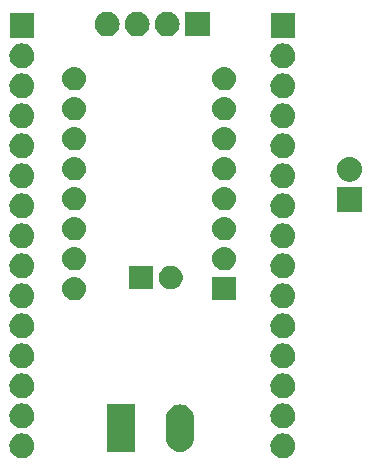
<source format=gbr>
G04 #@! TF.GenerationSoftware,KiCad,Pcbnew,5.0.1-33cea8e~68~ubuntu18.04.1*
G04 #@! TF.CreationDate,2018-11-12T21:08:18+01:00*
G04 #@! TF.ProjectId,ustepper_pololu,75737465707065725F706F6C6F6C752E,rev?*
G04 #@! TF.SameCoordinates,Original*
G04 #@! TF.FileFunction,Soldermask,Bot*
G04 #@! TF.FilePolarity,Negative*
%FSLAX46Y46*%
G04 Gerber Fmt 4.6, Leading zero omitted, Abs format (unit mm)*
G04 Created by KiCad (PCBNEW 5.0.1-33cea8e~68~ubuntu18.04.1) date lun 12 nov 2018 21:08:18 CET*
%MOMM*%
%LPD*%
G01*
G04 APERTURE LIST*
%ADD10C,0.100000*%
G04 APERTURE END LIST*
D10*
G36*
X196637907Y-86804396D02*
X196715036Y-86811993D01*
X196846987Y-86852020D01*
X196912963Y-86872033D01*
X197095372Y-86969533D01*
X197255254Y-87100746D01*
X197386467Y-87260628D01*
X197483967Y-87443037D01*
X197483967Y-87443038D01*
X197544007Y-87640964D01*
X197564280Y-87846800D01*
X197544007Y-88052636D01*
X197514232Y-88150791D01*
X197483967Y-88250563D01*
X197386467Y-88432972D01*
X197255254Y-88592854D01*
X197095372Y-88724067D01*
X196912963Y-88821567D01*
X196846987Y-88841580D01*
X196715036Y-88881607D01*
X196637907Y-88889204D01*
X196560780Y-88896800D01*
X196457620Y-88896800D01*
X196380493Y-88889204D01*
X196303364Y-88881607D01*
X196171413Y-88841580D01*
X196105437Y-88821567D01*
X195923028Y-88724067D01*
X195763146Y-88592854D01*
X195631933Y-88432972D01*
X195534433Y-88250563D01*
X195504168Y-88150791D01*
X195474393Y-88052636D01*
X195454120Y-87846800D01*
X195474393Y-87640964D01*
X195534433Y-87443038D01*
X195534433Y-87443037D01*
X195631933Y-87260628D01*
X195763146Y-87100746D01*
X195923028Y-86969533D01*
X196105437Y-86872033D01*
X196171413Y-86852020D01*
X196303364Y-86811993D01*
X196380493Y-86804397D01*
X196457620Y-86796800D01*
X196560780Y-86796800D01*
X196637907Y-86804396D01*
X196637907Y-86804396D01*
G37*
G36*
X174539907Y-86804396D02*
X174617036Y-86811993D01*
X174748987Y-86852020D01*
X174814963Y-86872033D01*
X174997372Y-86969533D01*
X175157254Y-87100746D01*
X175288467Y-87260628D01*
X175385967Y-87443037D01*
X175385967Y-87443038D01*
X175446007Y-87640964D01*
X175466280Y-87846800D01*
X175446007Y-88052636D01*
X175416232Y-88150791D01*
X175385967Y-88250563D01*
X175288467Y-88432972D01*
X175157254Y-88592854D01*
X174997372Y-88724067D01*
X174814963Y-88821567D01*
X174748987Y-88841580D01*
X174617036Y-88881607D01*
X174539907Y-88889204D01*
X174462780Y-88896800D01*
X174359620Y-88896800D01*
X174282493Y-88889204D01*
X174205364Y-88881607D01*
X174073413Y-88841580D01*
X174007437Y-88821567D01*
X173825028Y-88724067D01*
X173665146Y-88592854D01*
X173533933Y-88432972D01*
X173436433Y-88250563D01*
X173406168Y-88150791D01*
X173376393Y-88052636D01*
X173356120Y-87846800D01*
X173376393Y-87640964D01*
X173436433Y-87443038D01*
X173436433Y-87443037D01*
X173533933Y-87260628D01*
X173665146Y-87100746D01*
X173825028Y-86969533D01*
X174007437Y-86872033D01*
X174073413Y-86852020D01*
X174205364Y-86811993D01*
X174282493Y-86804396D01*
X174359620Y-86796800D01*
X174462780Y-86796800D01*
X174539907Y-86804396D01*
X174539907Y-86804396D01*
G37*
G36*
X188028440Y-84365563D02*
X188254641Y-84434181D01*
X188254643Y-84434182D01*
X188254646Y-84434183D01*
X188463105Y-84545606D01*
X188463108Y-84545608D01*
X188463109Y-84545609D01*
X188645834Y-84695566D01*
X188645835Y-84695568D01*
X188645837Y-84695569D01*
X188795792Y-84878290D01*
X188907217Y-85086753D01*
X188907217Y-85086754D01*
X188907219Y-85086758D01*
X188975837Y-85312959D01*
X188993200Y-85489250D01*
X188993200Y-87207150D01*
X188975837Y-87383441D01*
X188907219Y-87609642D01*
X188907217Y-87609647D01*
X188795792Y-87818110D01*
X188645834Y-88000834D01*
X188463110Y-88150792D01*
X188254647Y-88262217D01*
X188254644Y-88262218D01*
X188254642Y-88262219D01*
X188028441Y-88330837D01*
X187793200Y-88354006D01*
X187557960Y-88330837D01*
X187331759Y-88262219D01*
X187331757Y-88262218D01*
X187331754Y-88262217D01*
X187123291Y-88150792D01*
X186940567Y-88000834D01*
X186790609Y-87818110D01*
X186679181Y-87609642D01*
X186610563Y-87383442D01*
X186593200Y-87207151D01*
X186593200Y-85489250D01*
X186610563Y-85312964D01*
X186610563Y-85312960D01*
X186679181Y-85086759D01*
X186679182Y-85086757D01*
X186679183Y-85086754D01*
X186790606Y-84878295D01*
X186919998Y-84720629D01*
X186940566Y-84695566D01*
X186940568Y-84695565D01*
X186940569Y-84695563D01*
X187123290Y-84545608D01*
X187331753Y-84434183D01*
X187331756Y-84434182D01*
X187331758Y-84434181D01*
X187557959Y-84365563D01*
X187793200Y-84342394D01*
X188028440Y-84365563D01*
X188028440Y-84365563D01*
G37*
G36*
X183993200Y-88348200D02*
X181593200Y-88348200D01*
X181593200Y-84348200D01*
X183993200Y-84348200D01*
X183993200Y-88348200D01*
X183993200Y-88348200D01*
G37*
G36*
X174539907Y-84264397D02*
X174617036Y-84271993D01*
X174748987Y-84312020D01*
X174814963Y-84332033D01*
X174997372Y-84429533D01*
X175157254Y-84560746D01*
X175288467Y-84720628D01*
X175385967Y-84903037D01*
X175385967Y-84903038D01*
X175446007Y-85100964D01*
X175466280Y-85306800D01*
X175446007Y-85512636D01*
X175405980Y-85644587D01*
X175385967Y-85710563D01*
X175288467Y-85892972D01*
X175157254Y-86052854D01*
X174997372Y-86184067D01*
X174814963Y-86281567D01*
X174748987Y-86301580D01*
X174617036Y-86341607D01*
X174539907Y-86349204D01*
X174462780Y-86356800D01*
X174359620Y-86356800D01*
X174282493Y-86349204D01*
X174205364Y-86341607D01*
X174073413Y-86301580D01*
X174007437Y-86281567D01*
X173825028Y-86184067D01*
X173665146Y-86052854D01*
X173533933Y-85892972D01*
X173436433Y-85710563D01*
X173416420Y-85644587D01*
X173376393Y-85512636D01*
X173356120Y-85306800D01*
X173376393Y-85100964D01*
X173436433Y-84903038D01*
X173436433Y-84903037D01*
X173533933Y-84720628D01*
X173665146Y-84560746D01*
X173825028Y-84429533D01*
X174007437Y-84332033D01*
X174073413Y-84312020D01*
X174205364Y-84271993D01*
X174282493Y-84264397D01*
X174359620Y-84256800D01*
X174462780Y-84256800D01*
X174539907Y-84264397D01*
X174539907Y-84264397D01*
G37*
G36*
X196637907Y-84264397D02*
X196715036Y-84271993D01*
X196846987Y-84312020D01*
X196912963Y-84332033D01*
X197095372Y-84429533D01*
X197255254Y-84560746D01*
X197386467Y-84720628D01*
X197483967Y-84903037D01*
X197483967Y-84903038D01*
X197544007Y-85100964D01*
X197564280Y-85306800D01*
X197544007Y-85512636D01*
X197503980Y-85644587D01*
X197483967Y-85710563D01*
X197386467Y-85892972D01*
X197255254Y-86052854D01*
X197095372Y-86184067D01*
X196912963Y-86281567D01*
X196846987Y-86301580D01*
X196715036Y-86341607D01*
X196637907Y-86349204D01*
X196560780Y-86356800D01*
X196457620Y-86356800D01*
X196380493Y-86349204D01*
X196303364Y-86341607D01*
X196171413Y-86301580D01*
X196105437Y-86281567D01*
X195923028Y-86184067D01*
X195763146Y-86052854D01*
X195631933Y-85892972D01*
X195534433Y-85710563D01*
X195514420Y-85644587D01*
X195474393Y-85512636D01*
X195454120Y-85306800D01*
X195474393Y-85100964D01*
X195534433Y-84903038D01*
X195534433Y-84903037D01*
X195631933Y-84720628D01*
X195763146Y-84560746D01*
X195923028Y-84429533D01*
X196105437Y-84332033D01*
X196171413Y-84312020D01*
X196303364Y-84271993D01*
X196380493Y-84264397D01*
X196457620Y-84256800D01*
X196560780Y-84256800D01*
X196637907Y-84264397D01*
X196637907Y-84264397D01*
G37*
G36*
X196637907Y-81724396D02*
X196715036Y-81731993D01*
X196846987Y-81772020D01*
X196912963Y-81792033D01*
X197095372Y-81889533D01*
X197255254Y-82020746D01*
X197386467Y-82180628D01*
X197483967Y-82363037D01*
X197483967Y-82363038D01*
X197544007Y-82560964D01*
X197564280Y-82766800D01*
X197544007Y-82972636D01*
X197503980Y-83104587D01*
X197483967Y-83170563D01*
X197386467Y-83352972D01*
X197255254Y-83512854D01*
X197095372Y-83644067D01*
X196912963Y-83741567D01*
X196846987Y-83761580D01*
X196715036Y-83801607D01*
X196637907Y-83809203D01*
X196560780Y-83816800D01*
X196457620Y-83816800D01*
X196380493Y-83809203D01*
X196303364Y-83801607D01*
X196171413Y-83761580D01*
X196105437Y-83741567D01*
X195923028Y-83644067D01*
X195763146Y-83512854D01*
X195631933Y-83352972D01*
X195534433Y-83170563D01*
X195514420Y-83104587D01*
X195474393Y-82972636D01*
X195454120Y-82766800D01*
X195474393Y-82560964D01*
X195534433Y-82363038D01*
X195534433Y-82363037D01*
X195631933Y-82180628D01*
X195763146Y-82020746D01*
X195923028Y-81889533D01*
X196105437Y-81792033D01*
X196171413Y-81772020D01*
X196303364Y-81731993D01*
X196380493Y-81724396D01*
X196457620Y-81716800D01*
X196560780Y-81716800D01*
X196637907Y-81724396D01*
X196637907Y-81724396D01*
G37*
G36*
X174539907Y-81724396D02*
X174617036Y-81731993D01*
X174748987Y-81772020D01*
X174814963Y-81792033D01*
X174997372Y-81889533D01*
X175157254Y-82020746D01*
X175288467Y-82180628D01*
X175385967Y-82363037D01*
X175385967Y-82363038D01*
X175446007Y-82560964D01*
X175466280Y-82766800D01*
X175446007Y-82972636D01*
X175405980Y-83104587D01*
X175385967Y-83170563D01*
X175288467Y-83352972D01*
X175157254Y-83512854D01*
X174997372Y-83644067D01*
X174814963Y-83741567D01*
X174748987Y-83761580D01*
X174617036Y-83801607D01*
X174539907Y-83809203D01*
X174462780Y-83816800D01*
X174359620Y-83816800D01*
X174282493Y-83809203D01*
X174205364Y-83801607D01*
X174073413Y-83761580D01*
X174007437Y-83741567D01*
X173825028Y-83644067D01*
X173665146Y-83512854D01*
X173533933Y-83352972D01*
X173436433Y-83170563D01*
X173416420Y-83104587D01*
X173376393Y-82972636D01*
X173356120Y-82766800D01*
X173376393Y-82560964D01*
X173436433Y-82363038D01*
X173436433Y-82363037D01*
X173533933Y-82180628D01*
X173665146Y-82020746D01*
X173825028Y-81889533D01*
X174007437Y-81792033D01*
X174073413Y-81772020D01*
X174205364Y-81731993D01*
X174282493Y-81724396D01*
X174359620Y-81716800D01*
X174462780Y-81716800D01*
X174539907Y-81724396D01*
X174539907Y-81724396D01*
G37*
G36*
X196637907Y-79184397D02*
X196715036Y-79191993D01*
X196846987Y-79232020D01*
X196912963Y-79252033D01*
X197095372Y-79349533D01*
X197255254Y-79480746D01*
X197386467Y-79640628D01*
X197483967Y-79823037D01*
X197483967Y-79823038D01*
X197544007Y-80020964D01*
X197564280Y-80226800D01*
X197544007Y-80432636D01*
X197503980Y-80564587D01*
X197483967Y-80630563D01*
X197386467Y-80812972D01*
X197255254Y-80972854D01*
X197095372Y-81104067D01*
X196912963Y-81201567D01*
X196846987Y-81221580D01*
X196715036Y-81261607D01*
X196637907Y-81269204D01*
X196560780Y-81276800D01*
X196457620Y-81276800D01*
X196380493Y-81269204D01*
X196303364Y-81261607D01*
X196171413Y-81221580D01*
X196105437Y-81201567D01*
X195923028Y-81104067D01*
X195763146Y-80972854D01*
X195631933Y-80812972D01*
X195534433Y-80630563D01*
X195514420Y-80564587D01*
X195474393Y-80432636D01*
X195454120Y-80226800D01*
X195474393Y-80020964D01*
X195534433Y-79823038D01*
X195534433Y-79823037D01*
X195631933Y-79640628D01*
X195763146Y-79480746D01*
X195923028Y-79349533D01*
X196105437Y-79252033D01*
X196171413Y-79232020D01*
X196303364Y-79191993D01*
X196380493Y-79184397D01*
X196457620Y-79176800D01*
X196560780Y-79176800D01*
X196637907Y-79184397D01*
X196637907Y-79184397D01*
G37*
G36*
X174539907Y-79184397D02*
X174617036Y-79191993D01*
X174748987Y-79232020D01*
X174814963Y-79252033D01*
X174997372Y-79349533D01*
X175157254Y-79480746D01*
X175288467Y-79640628D01*
X175385967Y-79823037D01*
X175385967Y-79823038D01*
X175446007Y-80020964D01*
X175466280Y-80226800D01*
X175446007Y-80432636D01*
X175405980Y-80564587D01*
X175385967Y-80630563D01*
X175288467Y-80812972D01*
X175157254Y-80972854D01*
X174997372Y-81104067D01*
X174814963Y-81201567D01*
X174748987Y-81221580D01*
X174617036Y-81261607D01*
X174539907Y-81269204D01*
X174462780Y-81276800D01*
X174359620Y-81276800D01*
X174282493Y-81269204D01*
X174205364Y-81261607D01*
X174073413Y-81221580D01*
X174007437Y-81201567D01*
X173825028Y-81104067D01*
X173665146Y-80972854D01*
X173533933Y-80812972D01*
X173436433Y-80630563D01*
X173416420Y-80564587D01*
X173376393Y-80432636D01*
X173356120Y-80226800D01*
X173376393Y-80020964D01*
X173436433Y-79823038D01*
X173436433Y-79823037D01*
X173533933Y-79640628D01*
X173665146Y-79480746D01*
X173825028Y-79349533D01*
X174007437Y-79252033D01*
X174073413Y-79232020D01*
X174205364Y-79191993D01*
X174282493Y-79184397D01*
X174359620Y-79176800D01*
X174462780Y-79176800D01*
X174539907Y-79184397D01*
X174539907Y-79184397D01*
G37*
G36*
X196637907Y-76644396D02*
X196715036Y-76651993D01*
X196846987Y-76692020D01*
X196912963Y-76712033D01*
X197095372Y-76809533D01*
X197255254Y-76940746D01*
X197386467Y-77100628D01*
X197483967Y-77283037D01*
X197483967Y-77283038D01*
X197544007Y-77480964D01*
X197564280Y-77686800D01*
X197544007Y-77892636D01*
X197503980Y-78024587D01*
X197483967Y-78090563D01*
X197386467Y-78272972D01*
X197255254Y-78432854D01*
X197095372Y-78564067D01*
X196912963Y-78661567D01*
X196846987Y-78681580D01*
X196715036Y-78721607D01*
X196637907Y-78729203D01*
X196560780Y-78736800D01*
X196457620Y-78736800D01*
X196380493Y-78729203D01*
X196303364Y-78721607D01*
X196171413Y-78681580D01*
X196105437Y-78661567D01*
X195923028Y-78564067D01*
X195763146Y-78432854D01*
X195631933Y-78272972D01*
X195534433Y-78090563D01*
X195514420Y-78024587D01*
X195474393Y-77892636D01*
X195454120Y-77686800D01*
X195474393Y-77480964D01*
X195534433Y-77283038D01*
X195534433Y-77283037D01*
X195631933Y-77100628D01*
X195763146Y-76940746D01*
X195923028Y-76809533D01*
X196105437Y-76712033D01*
X196171413Y-76692020D01*
X196303364Y-76651993D01*
X196380493Y-76644396D01*
X196457620Y-76636800D01*
X196560780Y-76636800D01*
X196637907Y-76644396D01*
X196637907Y-76644396D01*
G37*
G36*
X174539907Y-76644396D02*
X174617036Y-76651993D01*
X174748987Y-76692020D01*
X174814963Y-76712033D01*
X174997372Y-76809533D01*
X175157254Y-76940746D01*
X175288467Y-77100628D01*
X175385967Y-77283037D01*
X175385967Y-77283038D01*
X175446007Y-77480964D01*
X175466280Y-77686800D01*
X175446007Y-77892636D01*
X175405980Y-78024587D01*
X175385967Y-78090563D01*
X175288467Y-78272972D01*
X175157254Y-78432854D01*
X174997372Y-78564067D01*
X174814963Y-78661567D01*
X174748987Y-78681580D01*
X174617036Y-78721607D01*
X174539907Y-78729203D01*
X174462780Y-78736800D01*
X174359620Y-78736800D01*
X174282493Y-78729203D01*
X174205364Y-78721607D01*
X174073413Y-78681580D01*
X174007437Y-78661567D01*
X173825028Y-78564067D01*
X173665146Y-78432854D01*
X173533933Y-78272972D01*
X173436433Y-78090563D01*
X173416420Y-78024587D01*
X173376393Y-77892636D01*
X173356120Y-77686800D01*
X173376393Y-77480964D01*
X173436433Y-77283038D01*
X173436433Y-77283037D01*
X173533933Y-77100628D01*
X173665146Y-76940746D01*
X173825028Y-76809533D01*
X174007437Y-76712033D01*
X174073413Y-76692020D01*
X174205364Y-76651993D01*
X174282493Y-76644396D01*
X174359620Y-76636800D01*
X174462780Y-76636800D01*
X174539907Y-76644396D01*
X174539907Y-76644396D01*
G37*
G36*
X196637907Y-74104397D02*
X196715036Y-74111993D01*
X196846987Y-74152020D01*
X196912963Y-74172033D01*
X197095372Y-74269533D01*
X197255254Y-74400746D01*
X197386467Y-74560628D01*
X197483967Y-74743037D01*
X197483967Y-74743038D01*
X197544007Y-74940964D01*
X197564280Y-75146800D01*
X197544007Y-75352636D01*
X197537923Y-75372691D01*
X197483967Y-75550563D01*
X197386467Y-75732972D01*
X197255254Y-75892854D01*
X197095372Y-76024067D01*
X196912963Y-76121567D01*
X196846987Y-76141580D01*
X196715036Y-76181607D01*
X196637907Y-76189204D01*
X196560780Y-76196800D01*
X196457620Y-76196800D01*
X196380493Y-76189204D01*
X196303364Y-76181607D01*
X196171413Y-76141580D01*
X196105437Y-76121567D01*
X195923028Y-76024067D01*
X195763146Y-75892854D01*
X195631933Y-75732972D01*
X195534433Y-75550563D01*
X195480477Y-75372691D01*
X195474393Y-75352636D01*
X195454120Y-75146800D01*
X195474393Y-74940964D01*
X195534433Y-74743038D01*
X195534433Y-74743037D01*
X195631933Y-74560628D01*
X195763146Y-74400746D01*
X195923028Y-74269533D01*
X196105437Y-74172033D01*
X196171413Y-74152020D01*
X196303364Y-74111993D01*
X196380493Y-74104397D01*
X196457620Y-74096800D01*
X196560780Y-74096800D01*
X196637907Y-74104397D01*
X196637907Y-74104397D01*
G37*
G36*
X174539907Y-74104397D02*
X174617036Y-74111993D01*
X174748987Y-74152020D01*
X174814963Y-74172033D01*
X174997372Y-74269533D01*
X175157254Y-74400746D01*
X175288467Y-74560628D01*
X175385967Y-74743037D01*
X175385967Y-74743038D01*
X175446007Y-74940964D01*
X175466280Y-75146800D01*
X175446007Y-75352636D01*
X175439923Y-75372691D01*
X175385967Y-75550563D01*
X175288467Y-75732972D01*
X175157254Y-75892854D01*
X174997372Y-76024067D01*
X174814963Y-76121567D01*
X174748987Y-76141580D01*
X174617036Y-76181607D01*
X174539907Y-76189204D01*
X174462780Y-76196800D01*
X174359620Y-76196800D01*
X174282493Y-76189204D01*
X174205364Y-76181607D01*
X174073413Y-76141580D01*
X174007437Y-76121567D01*
X173825028Y-76024067D01*
X173665146Y-75892854D01*
X173533933Y-75732972D01*
X173436433Y-75550563D01*
X173382477Y-75372691D01*
X173376393Y-75352636D01*
X173356120Y-75146800D01*
X173376393Y-74940964D01*
X173436433Y-74743038D01*
X173436433Y-74743037D01*
X173533933Y-74560628D01*
X173665146Y-74400746D01*
X173825028Y-74269533D01*
X174007437Y-74172033D01*
X174073413Y-74152020D01*
X174205364Y-74111993D01*
X174282493Y-74104397D01*
X174359620Y-74096800D01*
X174462780Y-74096800D01*
X174539907Y-74104397D01*
X174539907Y-74104397D01*
G37*
G36*
X192530800Y-75537200D02*
X190530800Y-75537200D01*
X190530800Y-73537200D01*
X192530800Y-73537200D01*
X192530800Y-75537200D01*
X192530800Y-75537200D01*
G37*
G36*
X179026830Y-73551669D02*
X179026833Y-73551670D01*
X179026834Y-73551670D01*
X179215335Y-73608851D01*
X179215337Y-73608852D01*
X179389060Y-73701709D01*
X179541328Y-73826672D01*
X179666291Y-73978940D01*
X179759148Y-74152663D01*
X179816331Y-74341170D01*
X179835638Y-74537200D01*
X179816331Y-74733230D01*
X179759148Y-74921737D01*
X179666291Y-75095460D01*
X179541328Y-75247728D01*
X179389060Y-75372691D01*
X179389058Y-75372692D01*
X179215335Y-75465549D01*
X179026834Y-75522730D01*
X179026833Y-75522730D01*
X179026830Y-75522731D01*
X178879924Y-75537200D01*
X178781676Y-75537200D01*
X178634770Y-75522731D01*
X178634767Y-75522730D01*
X178634766Y-75522730D01*
X178446265Y-75465549D01*
X178272542Y-75372692D01*
X178272540Y-75372691D01*
X178120272Y-75247728D01*
X177995309Y-75095460D01*
X177902452Y-74921737D01*
X177845269Y-74733230D01*
X177825962Y-74537200D01*
X177845269Y-74341170D01*
X177902452Y-74152663D01*
X177995309Y-73978940D01*
X178120272Y-73826672D01*
X178272540Y-73701709D01*
X178446263Y-73608852D01*
X178446265Y-73608851D01*
X178634766Y-73551670D01*
X178634767Y-73551670D01*
X178634770Y-73551669D01*
X178781676Y-73537200D01*
X178879924Y-73537200D01*
X179026830Y-73551669D01*
X179026830Y-73551669D01*
G37*
G36*
X185520400Y-74597400D02*
X183520400Y-74597400D01*
X183520400Y-72597400D01*
X185520400Y-72597400D01*
X185520400Y-74597400D01*
X185520400Y-74597400D01*
G37*
G36*
X187166149Y-72606800D02*
X187312089Y-72635829D01*
X187494078Y-72711211D01*
X187657863Y-72820649D01*
X187797151Y-72959937D01*
X187906589Y-73123722D01*
X187981971Y-73305711D01*
X188020400Y-73498909D01*
X188020400Y-73695891D01*
X187981971Y-73889089D01*
X187906589Y-74071078D01*
X187797151Y-74234863D01*
X187657863Y-74374151D01*
X187494078Y-74483589D01*
X187312089Y-74558971D01*
X187196170Y-74582028D01*
X187118893Y-74597400D01*
X186921907Y-74597400D01*
X186844630Y-74582028D01*
X186728711Y-74558971D01*
X186546722Y-74483589D01*
X186382937Y-74374151D01*
X186243649Y-74234863D01*
X186134211Y-74071078D01*
X186058829Y-73889089D01*
X186020400Y-73695891D01*
X186020400Y-73498909D01*
X186058829Y-73305711D01*
X186134211Y-73123722D01*
X186243649Y-72959937D01*
X186382937Y-72820649D01*
X186546722Y-72711211D01*
X186728711Y-72635829D01*
X186874651Y-72606800D01*
X186921907Y-72597400D01*
X187118893Y-72597400D01*
X187166149Y-72606800D01*
X187166149Y-72606800D01*
G37*
G36*
X174539907Y-71564396D02*
X174617036Y-71571993D01*
X174748987Y-71612020D01*
X174814963Y-71632033D01*
X174997372Y-71729533D01*
X175157254Y-71860746D01*
X175288467Y-72020628D01*
X175385967Y-72203037D01*
X175385967Y-72203038D01*
X175446007Y-72400964D01*
X175466280Y-72606800D01*
X175446007Y-72812636D01*
X175443576Y-72820649D01*
X175385967Y-73010563D01*
X175288467Y-73192972D01*
X175157254Y-73352854D01*
X174997372Y-73484067D01*
X174814963Y-73581567D01*
X174748987Y-73601580D01*
X174617036Y-73641607D01*
X174539907Y-73649203D01*
X174462780Y-73656800D01*
X174359620Y-73656800D01*
X174282493Y-73649203D01*
X174205364Y-73641607D01*
X174073413Y-73601580D01*
X174007437Y-73581567D01*
X173825028Y-73484067D01*
X173665146Y-73352854D01*
X173533933Y-73192972D01*
X173436433Y-73010563D01*
X173378824Y-72820649D01*
X173376393Y-72812636D01*
X173356120Y-72606800D01*
X173376393Y-72400964D01*
X173436433Y-72203038D01*
X173436433Y-72203037D01*
X173533933Y-72020628D01*
X173665146Y-71860746D01*
X173825028Y-71729533D01*
X174007437Y-71632033D01*
X174073413Y-71612020D01*
X174205364Y-71571993D01*
X174282493Y-71564396D01*
X174359620Y-71556800D01*
X174462780Y-71556800D01*
X174539907Y-71564396D01*
X174539907Y-71564396D01*
G37*
G36*
X196637907Y-71564396D02*
X196715036Y-71571993D01*
X196846987Y-71612020D01*
X196912963Y-71632033D01*
X197095372Y-71729533D01*
X197255254Y-71860746D01*
X197386467Y-72020628D01*
X197483967Y-72203037D01*
X197483967Y-72203038D01*
X197544007Y-72400964D01*
X197564280Y-72606800D01*
X197544007Y-72812636D01*
X197541576Y-72820649D01*
X197483967Y-73010563D01*
X197386467Y-73192972D01*
X197255254Y-73352854D01*
X197095372Y-73484067D01*
X196912963Y-73581567D01*
X196846987Y-73601580D01*
X196715036Y-73641607D01*
X196637907Y-73649203D01*
X196560780Y-73656800D01*
X196457620Y-73656800D01*
X196380493Y-73649203D01*
X196303364Y-73641607D01*
X196171413Y-73601580D01*
X196105437Y-73581567D01*
X195923028Y-73484067D01*
X195763146Y-73352854D01*
X195631933Y-73192972D01*
X195534433Y-73010563D01*
X195476824Y-72820649D01*
X195474393Y-72812636D01*
X195454120Y-72606800D01*
X195474393Y-72400964D01*
X195534433Y-72203038D01*
X195534433Y-72203037D01*
X195631933Y-72020628D01*
X195763146Y-71860746D01*
X195923028Y-71729533D01*
X196105437Y-71632033D01*
X196171413Y-71612020D01*
X196303364Y-71571993D01*
X196380493Y-71564396D01*
X196457620Y-71556800D01*
X196560780Y-71556800D01*
X196637907Y-71564396D01*
X196637907Y-71564396D01*
G37*
G36*
X191726830Y-71011669D02*
X191726833Y-71011670D01*
X191726834Y-71011670D01*
X191915335Y-71068851D01*
X191915337Y-71068852D01*
X192089060Y-71161709D01*
X192241328Y-71286672D01*
X192366291Y-71438940D01*
X192459148Y-71612663D01*
X192516331Y-71801170D01*
X192535638Y-71997200D01*
X192516331Y-72193230D01*
X192459148Y-72381737D01*
X192366291Y-72555460D01*
X192241328Y-72707728D01*
X192089060Y-72832691D01*
X192089058Y-72832692D01*
X191915335Y-72925549D01*
X191726834Y-72982730D01*
X191726833Y-72982730D01*
X191726830Y-72982731D01*
X191579924Y-72997200D01*
X191481676Y-72997200D01*
X191334770Y-72982731D01*
X191334767Y-72982730D01*
X191334766Y-72982730D01*
X191146265Y-72925549D01*
X190972542Y-72832692D01*
X190972540Y-72832691D01*
X190820272Y-72707728D01*
X190695309Y-72555460D01*
X190602452Y-72381737D01*
X190545269Y-72193230D01*
X190525962Y-71997200D01*
X190545269Y-71801170D01*
X190602452Y-71612663D01*
X190695309Y-71438940D01*
X190820272Y-71286672D01*
X190972540Y-71161709D01*
X191146263Y-71068852D01*
X191146265Y-71068851D01*
X191334766Y-71011670D01*
X191334767Y-71011670D01*
X191334770Y-71011669D01*
X191481676Y-70997200D01*
X191579924Y-70997200D01*
X191726830Y-71011669D01*
X191726830Y-71011669D01*
G37*
G36*
X179026830Y-71011669D02*
X179026833Y-71011670D01*
X179026834Y-71011670D01*
X179215335Y-71068851D01*
X179215337Y-71068852D01*
X179389060Y-71161709D01*
X179541328Y-71286672D01*
X179666291Y-71438940D01*
X179759148Y-71612663D01*
X179816331Y-71801170D01*
X179835638Y-71997200D01*
X179816331Y-72193230D01*
X179759148Y-72381737D01*
X179666291Y-72555460D01*
X179541328Y-72707728D01*
X179389060Y-72832691D01*
X179389058Y-72832692D01*
X179215335Y-72925549D01*
X179026834Y-72982730D01*
X179026833Y-72982730D01*
X179026830Y-72982731D01*
X178879924Y-72997200D01*
X178781676Y-72997200D01*
X178634770Y-72982731D01*
X178634767Y-72982730D01*
X178634766Y-72982730D01*
X178446265Y-72925549D01*
X178272542Y-72832692D01*
X178272540Y-72832691D01*
X178120272Y-72707728D01*
X177995309Y-72555460D01*
X177902452Y-72381737D01*
X177845269Y-72193230D01*
X177825962Y-71997200D01*
X177845269Y-71801170D01*
X177902452Y-71612663D01*
X177995309Y-71438940D01*
X178120272Y-71286672D01*
X178272540Y-71161709D01*
X178446263Y-71068852D01*
X178446265Y-71068851D01*
X178634766Y-71011670D01*
X178634767Y-71011670D01*
X178634770Y-71011669D01*
X178781676Y-70997200D01*
X178879924Y-70997200D01*
X179026830Y-71011669D01*
X179026830Y-71011669D01*
G37*
G36*
X196637907Y-69024397D02*
X196715036Y-69031993D01*
X196846987Y-69072020D01*
X196912963Y-69092033D01*
X197095372Y-69189533D01*
X197255254Y-69320746D01*
X197386467Y-69480628D01*
X197483967Y-69663037D01*
X197483967Y-69663038D01*
X197544007Y-69860964D01*
X197564280Y-70066800D01*
X197544007Y-70272636D01*
X197537923Y-70292691D01*
X197483967Y-70470563D01*
X197386467Y-70652972D01*
X197255254Y-70812854D01*
X197095372Y-70944067D01*
X196912963Y-71041567D01*
X196846987Y-71061580D01*
X196715036Y-71101607D01*
X196637907Y-71109204D01*
X196560780Y-71116800D01*
X196457620Y-71116800D01*
X196380493Y-71109204D01*
X196303364Y-71101607D01*
X196171413Y-71061580D01*
X196105437Y-71041567D01*
X195923028Y-70944067D01*
X195763146Y-70812854D01*
X195631933Y-70652972D01*
X195534433Y-70470563D01*
X195480477Y-70292691D01*
X195474393Y-70272636D01*
X195454120Y-70066800D01*
X195474393Y-69860964D01*
X195534433Y-69663038D01*
X195534433Y-69663037D01*
X195631933Y-69480628D01*
X195763146Y-69320746D01*
X195923028Y-69189533D01*
X196105437Y-69092033D01*
X196171413Y-69072020D01*
X196303364Y-69031993D01*
X196380493Y-69024397D01*
X196457620Y-69016800D01*
X196560780Y-69016800D01*
X196637907Y-69024397D01*
X196637907Y-69024397D01*
G37*
G36*
X174539907Y-69024397D02*
X174617036Y-69031993D01*
X174748987Y-69072020D01*
X174814963Y-69092033D01*
X174997372Y-69189533D01*
X175157254Y-69320746D01*
X175288467Y-69480628D01*
X175385967Y-69663037D01*
X175385967Y-69663038D01*
X175446007Y-69860964D01*
X175466280Y-70066800D01*
X175446007Y-70272636D01*
X175439923Y-70292691D01*
X175385967Y-70470563D01*
X175288467Y-70652972D01*
X175157254Y-70812854D01*
X174997372Y-70944067D01*
X174814963Y-71041567D01*
X174748987Y-71061580D01*
X174617036Y-71101607D01*
X174539907Y-71109204D01*
X174462780Y-71116800D01*
X174359620Y-71116800D01*
X174282493Y-71109204D01*
X174205364Y-71101607D01*
X174073413Y-71061580D01*
X174007437Y-71041567D01*
X173825028Y-70944067D01*
X173665146Y-70812854D01*
X173533933Y-70652972D01*
X173436433Y-70470563D01*
X173382477Y-70292691D01*
X173376393Y-70272636D01*
X173356120Y-70066800D01*
X173376393Y-69860964D01*
X173436433Y-69663038D01*
X173436433Y-69663037D01*
X173533933Y-69480628D01*
X173665146Y-69320746D01*
X173825028Y-69189533D01*
X174007437Y-69092033D01*
X174073413Y-69072020D01*
X174205364Y-69031993D01*
X174282493Y-69024397D01*
X174359620Y-69016800D01*
X174462780Y-69016800D01*
X174539907Y-69024397D01*
X174539907Y-69024397D01*
G37*
G36*
X191726830Y-68471669D02*
X191726833Y-68471670D01*
X191726834Y-68471670D01*
X191915335Y-68528851D01*
X191915337Y-68528852D01*
X192089060Y-68621709D01*
X192241328Y-68746672D01*
X192366291Y-68898940D01*
X192459148Y-69072663D01*
X192516331Y-69261170D01*
X192535638Y-69457200D01*
X192516331Y-69653230D01*
X192459148Y-69841737D01*
X192366291Y-70015460D01*
X192241328Y-70167728D01*
X192089060Y-70292691D01*
X192089058Y-70292692D01*
X191915335Y-70385549D01*
X191726834Y-70442730D01*
X191726833Y-70442730D01*
X191726830Y-70442731D01*
X191579924Y-70457200D01*
X191481676Y-70457200D01*
X191334770Y-70442731D01*
X191334767Y-70442730D01*
X191334766Y-70442730D01*
X191146265Y-70385549D01*
X190972542Y-70292692D01*
X190972540Y-70292691D01*
X190820272Y-70167728D01*
X190695309Y-70015460D01*
X190602452Y-69841737D01*
X190545269Y-69653230D01*
X190525962Y-69457200D01*
X190545269Y-69261170D01*
X190602452Y-69072663D01*
X190695309Y-68898940D01*
X190820272Y-68746672D01*
X190972540Y-68621709D01*
X191146263Y-68528852D01*
X191146265Y-68528851D01*
X191334766Y-68471670D01*
X191334767Y-68471670D01*
X191334770Y-68471669D01*
X191481676Y-68457200D01*
X191579924Y-68457200D01*
X191726830Y-68471669D01*
X191726830Y-68471669D01*
G37*
G36*
X179026830Y-68471669D02*
X179026833Y-68471670D01*
X179026834Y-68471670D01*
X179215335Y-68528851D01*
X179215337Y-68528852D01*
X179389060Y-68621709D01*
X179541328Y-68746672D01*
X179666291Y-68898940D01*
X179759148Y-69072663D01*
X179816331Y-69261170D01*
X179835638Y-69457200D01*
X179816331Y-69653230D01*
X179759148Y-69841737D01*
X179666291Y-70015460D01*
X179541328Y-70167728D01*
X179389060Y-70292691D01*
X179389058Y-70292692D01*
X179215335Y-70385549D01*
X179026834Y-70442730D01*
X179026833Y-70442730D01*
X179026830Y-70442731D01*
X178879924Y-70457200D01*
X178781676Y-70457200D01*
X178634770Y-70442731D01*
X178634767Y-70442730D01*
X178634766Y-70442730D01*
X178446265Y-70385549D01*
X178272542Y-70292692D01*
X178272540Y-70292691D01*
X178120272Y-70167728D01*
X177995309Y-70015460D01*
X177902452Y-69841737D01*
X177845269Y-69653230D01*
X177825962Y-69457200D01*
X177845269Y-69261170D01*
X177902452Y-69072663D01*
X177995309Y-68898940D01*
X178120272Y-68746672D01*
X178272540Y-68621709D01*
X178446263Y-68528852D01*
X178446265Y-68528851D01*
X178634766Y-68471670D01*
X178634767Y-68471670D01*
X178634770Y-68471669D01*
X178781676Y-68457200D01*
X178879924Y-68457200D01*
X179026830Y-68471669D01*
X179026830Y-68471669D01*
G37*
G36*
X174539907Y-66484397D02*
X174617036Y-66491993D01*
X174748987Y-66532020D01*
X174814963Y-66552033D01*
X174997372Y-66649533D01*
X175157254Y-66780746D01*
X175288467Y-66940628D01*
X175385967Y-67123037D01*
X175385967Y-67123038D01*
X175446007Y-67320964D01*
X175466280Y-67526800D01*
X175446007Y-67732636D01*
X175439923Y-67752691D01*
X175385967Y-67930563D01*
X175288467Y-68112972D01*
X175157254Y-68272854D01*
X174997372Y-68404067D01*
X174814963Y-68501567D01*
X174748987Y-68521580D01*
X174617036Y-68561607D01*
X174539907Y-68569203D01*
X174462780Y-68576800D01*
X174359620Y-68576800D01*
X174282493Y-68569203D01*
X174205364Y-68561607D01*
X174073413Y-68521580D01*
X174007437Y-68501567D01*
X173825028Y-68404067D01*
X173665146Y-68272854D01*
X173533933Y-68112972D01*
X173436433Y-67930563D01*
X173382477Y-67752691D01*
X173376393Y-67732636D01*
X173356120Y-67526800D01*
X173376393Y-67320964D01*
X173436433Y-67123038D01*
X173436433Y-67123037D01*
X173533933Y-66940628D01*
X173665146Y-66780746D01*
X173825028Y-66649533D01*
X174007437Y-66552033D01*
X174073413Y-66532020D01*
X174205364Y-66491993D01*
X174282493Y-66484397D01*
X174359620Y-66476800D01*
X174462780Y-66476800D01*
X174539907Y-66484397D01*
X174539907Y-66484397D01*
G37*
G36*
X196637907Y-66484397D02*
X196715036Y-66491993D01*
X196846987Y-66532020D01*
X196912963Y-66552033D01*
X197095372Y-66649533D01*
X197255254Y-66780746D01*
X197386467Y-66940628D01*
X197483967Y-67123037D01*
X197483967Y-67123038D01*
X197544007Y-67320964D01*
X197564280Y-67526800D01*
X197544007Y-67732636D01*
X197537923Y-67752691D01*
X197483967Y-67930563D01*
X197386467Y-68112972D01*
X197255254Y-68272854D01*
X197095372Y-68404067D01*
X196912963Y-68501567D01*
X196846987Y-68521580D01*
X196715036Y-68561607D01*
X196637907Y-68569203D01*
X196560780Y-68576800D01*
X196457620Y-68576800D01*
X196380493Y-68569203D01*
X196303364Y-68561607D01*
X196171413Y-68521580D01*
X196105437Y-68501567D01*
X195923028Y-68404067D01*
X195763146Y-68272854D01*
X195631933Y-68112972D01*
X195534433Y-67930563D01*
X195480477Y-67752691D01*
X195474393Y-67732636D01*
X195454120Y-67526800D01*
X195474393Y-67320964D01*
X195534433Y-67123038D01*
X195534433Y-67123037D01*
X195631933Y-66940628D01*
X195763146Y-66780746D01*
X195923028Y-66649533D01*
X196105437Y-66552033D01*
X196171413Y-66532020D01*
X196303364Y-66491993D01*
X196380493Y-66484397D01*
X196457620Y-66476800D01*
X196560780Y-66476800D01*
X196637907Y-66484397D01*
X196637907Y-66484397D01*
G37*
G36*
X203198000Y-68018000D02*
X201098000Y-68018000D01*
X201098000Y-65918000D01*
X203198000Y-65918000D01*
X203198000Y-68018000D01*
X203198000Y-68018000D01*
G37*
G36*
X179026830Y-65931669D02*
X179026833Y-65931670D01*
X179026834Y-65931670D01*
X179215335Y-65988851D01*
X179215337Y-65988852D01*
X179389060Y-66081709D01*
X179541328Y-66206672D01*
X179666291Y-66358940D01*
X179759148Y-66532663D01*
X179816331Y-66721170D01*
X179835638Y-66917200D01*
X179816331Y-67113230D01*
X179759148Y-67301737D01*
X179666291Y-67475460D01*
X179541328Y-67627728D01*
X179389060Y-67752691D01*
X179389058Y-67752692D01*
X179215335Y-67845549D01*
X179026834Y-67902730D01*
X179026833Y-67902730D01*
X179026830Y-67902731D01*
X178879924Y-67917200D01*
X178781676Y-67917200D01*
X178634770Y-67902731D01*
X178634767Y-67902730D01*
X178634766Y-67902730D01*
X178446265Y-67845549D01*
X178272542Y-67752692D01*
X178272540Y-67752691D01*
X178120272Y-67627728D01*
X177995309Y-67475460D01*
X177902452Y-67301737D01*
X177845269Y-67113230D01*
X177825962Y-66917200D01*
X177845269Y-66721170D01*
X177902452Y-66532663D01*
X177995309Y-66358940D01*
X178120272Y-66206672D01*
X178272540Y-66081709D01*
X178446263Y-65988852D01*
X178446265Y-65988851D01*
X178634766Y-65931670D01*
X178634767Y-65931670D01*
X178634770Y-65931669D01*
X178781676Y-65917200D01*
X178879924Y-65917200D01*
X179026830Y-65931669D01*
X179026830Y-65931669D01*
G37*
G36*
X191726830Y-65931669D02*
X191726833Y-65931670D01*
X191726834Y-65931670D01*
X191915335Y-65988851D01*
X191915337Y-65988852D01*
X192089060Y-66081709D01*
X192241328Y-66206672D01*
X192366291Y-66358940D01*
X192459148Y-66532663D01*
X192516331Y-66721170D01*
X192535638Y-66917200D01*
X192516331Y-67113230D01*
X192459148Y-67301737D01*
X192366291Y-67475460D01*
X192241328Y-67627728D01*
X192089060Y-67752691D01*
X192089058Y-67752692D01*
X191915335Y-67845549D01*
X191726834Y-67902730D01*
X191726833Y-67902730D01*
X191726830Y-67902731D01*
X191579924Y-67917200D01*
X191481676Y-67917200D01*
X191334770Y-67902731D01*
X191334767Y-67902730D01*
X191334766Y-67902730D01*
X191146265Y-67845549D01*
X190972542Y-67752692D01*
X190972540Y-67752691D01*
X190820272Y-67627728D01*
X190695309Y-67475460D01*
X190602452Y-67301737D01*
X190545269Y-67113230D01*
X190525962Y-66917200D01*
X190545269Y-66721170D01*
X190602452Y-66532663D01*
X190695309Y-66358940D01*
X190820272Y-66206672D01*
X190972540Y-66081709D01*
X191146263Y-65988852D01*
X191146265Y-65988851D01*
X191334766Y-65931670D01*
X191334767Y-65931670D01*
X191334770Y-65931669D01*
X191481676Y-65917200D01*
X191579924Y-65917200D01*
X191726830Y-65931669D01*
X191726830Y-65931669D01*
G37*
G36*
X174539907Y-63944397D02*
X174617036Y-63951993D01*
X174748987Y-63992020D01*
X174814963Y-64012033D01*
X174997372Y-64109533D01*
X175157254Y-64240746D01*
X175288467Y-64400628D01*
X175385967Y-64583037D01*
X175385967Y-64583038D01*
X175446007Y-64780964D01*
X175466280Y-64986800D01*
X175446007Y-65192636D01*
X175439923Y-65212691D01*
X175385967Y-65390563D01*
X175288467Y-65572972D01*
X175157254Y-65732854D01*
X174997372Y-65864067D01*
X174814963Y-65961567D01*
X174748987Y-65981580D01*
X174617036Y-66021607D01*
X174539907Y-66029204D01*
X174462780Y-66036800D01*
X174359620Y-66036800D01*
X174282493Y-66029204D01*
X174205364Y-66021607D01*
X174073413Y-65981580D01*
X174007437Y-65961567D01*
X173825028Y-65864067D01*
X173665146Y-65732854D01*
X173533933Y-65572972D01*
X173436433Y-65390563D01*
X173382477Y-65212691D01*
X173376393Y-65192636D01*
X173356120Y-64986800D01*
X173376393Y-64780964D01*
X173436433Y-64583038D01*
X173436433Y-64583037D01*
X173533933Y-64400628D01*
X173665146Y-64240746D01*
X173825028Y-64109533D01*
X174007437Y-64012033D01*
X174073413Y-63992020D01*
X174205364Y-63951993D01*
X174282493Y-63944397D01*
X174359620Y-63936800D01*
X174462780Y-63936800D01*
X174539907Y-63944397D01*
X174539907Y-63944397D01*
G37*
G36*
X196637907Y-63944397D02*
X196715036Y-63951993D01*
X196846987Y-63992020D01*
X196912963Y-64012033D01*
X197095372Y-64109533D01*
X197255254Y-64240746D01*
X197386467Y-64400628D01*
X197483967Y-64583037D01*
X197483967Y-64583038D01*
X197544007Y-64780964D01*
X197564280Y-64986800D01*
X197544007Y-65192636D01*
X197537923Y-65212691D01*
X197483967Y-65390563D01*
X197386467Y-65572972D01*
X197255254Y-65732854D01*
X197095372Y-65864067D01*
X196912963Y-65961567D01*
X196846987Y-65981580D01*
X196715036Y-66021607D01*
X196637907Y-66029204D01*
X196560780Y-66036800D01*
X196457620Y-66036800D01*
X196380493Y-66029204D01*
X196303364Y-66021607D01*
X196171413Y-65981580D01*
X196105437Y-65961567D01*
X195923028Y-65864067D01*
X195763146Y-65732854D01*
X195631933Y-65572972D01*
X195534433Y-65390563D01*
X195480477Y-65212691D01*
X195474393Y-65192636D01*
X195454120Y-64986800D01*
X195474393Y-64780964D01*
X195534433Y-64583038D01*
X195534433Y-64583037D01*
X195631933Y-64400628D01*
X195763146Y-64240746D01*
X195923028Y-64109533D01*
X196105437Y-64012033D01*
X196171413Y-63992020D01*
X196303364Y-63951993D01*
X196380493Y-63944397D01*
X196457620Y-63936800D01*
X196560780Y-63936800D01*
X196637907Y-63944397D01*
X196637907Y-63944397D01*
G37*
G36*
X202276707Y-63385596D02*
X202353836Y-63393193D01*
X202485787Y-63433220D01*
X202551763Y-63453233D01*
X202734172Y-63550733D01*
X202894054Y-63681946D01*
X203025267Y-63841828D01*
X203122767Y-64024237D01*
X203122767Y-64024238D01*
X203182807Y-64222164D01*
X203203080Y-64428000D01*
X203182807Y-64633836D01*
X203144009Y-64761735D01*
X203122767Y-64831763D01*
X203025267Y-65014172D01*
X202894054Y-65174054D01*
X202734172Y-65305267D01*
X202551763Y-65402767D01*
X202485787Y-65422780D01*
X202353836Y-65462807D01*
X202276707Y-65470403D01*
X202199580Y-65478000D01*
X202096420Y-65478000D01*
X202019293Y-65470403D01*
X201942164Y-65462807D01*
X201810213Y-65422780D01*
X201744237Y-65402767D01*
X201561828Y-65305267D01*
X201401946Y-65174054D01*
X201270733Y-65014172D01*
X201173233Y-64831763D01*
X201151991Y-64761735D01*
X201113193Y-64633836D01*
X201092920Y-64428000D01*
X201113193Y-64222164D01*
X201173233Y-64024238D01*
X201173233Y-64024237D01*
X201270733Y-63841828D01*
X201401946Y-63681946D01*
X201561828Y-63550733D01*
X201744237Y-63453233D01*
X201810213Y-63433220D01*
X201942164Y-63393193D01*
X202019293Y-63385596D01*
X202096420Y-63378000D01*
X202199580Y-63378000D01*
X202276707Y-63385596D01*
X202276707Y-63385596D01*
G37*
G36*
X179026830Y-63391669D02*
X179026833Y-63391670D01*
X179026834Y-63391670D01*
X179215335Y-63448851D01*
X179215337Y-63448852D01*
X179389060Y-63541709D01*
X179541328Y-63666672D01*
X179666291Y-63818940D01*
X179737409Y-63951993D01*
X179759149Y-63992665D01*
X179794600Y-64109533D01*
X179816331Y-64181170D01*
X179835638Y-64377200D01*
X179816331Y-64573230D01*
X179816330Y-64573233D01*
X179816330Y-64573234D01*
X179797947Y-64633836D01*
X179759148Y-64761737D01*
X179666291Y-64935460D01*
X179541328Y-65087728D01*
X179389060Y-65212691D01*
X179389058Y-65212692D01*
X179215335Y-65305549D01*
X179026834Y-65362730D01*
X179026833Y-65362730D01*
X179026830Y-65362731D01*
X178879924Y-65377200D01*
X178781676Y-65377200D01*
X178634770Y-65362731D01*
X178634767Y-65362730D01*
X178634766Y-65362730D01*
X178446265Y-65305549D01*
X178272542Y-65212692D01*
X178272540Y-65212691D01*
X178120272Y-65087728D01*
X177995309Y-64935460D01*
X177902452Y-64761737D01*
X177863654Y-64633836D01*
X177845270Y-64573234D01*
X177845270Y-64573233D01*
X177845269Y-64573230D01*
X177825962Y-64377200D01*
X177845269Y-64181170D01*
X177867000Y-64109533D01*
X177902451Y-63992665D01*
X177924191Y-63951993D01*
X177995309Y-63818940D01*
X178120272Y-63666672D01*
X178272540Y-63541709D01*
X178446263Y-63448852D01*
X178446265Y-63448851D01*
X178634766Y-63391670D01*
X178634767Y-63391670D01*
X178634770Y-63391669D01*
X178781676Y-63377200D01*
X178879924Y-63377200D01*
X179026830Y-63391669D01*
X179026830Y-63391669D01*
G37*
G36*
X191726830Y-63391669D02*
X191726833Y-63391670D01*
X191726834Y-63391670D01*
X191915335Y-63448851D01*
X191915337Y-63448852D01*
X192089060Y-63541709D01*
X192241328Y-63666672D01*
X192366291Y-63818940D01*
X192437409Y-63951993D01*
X192459149Y-63992665D01*
X192494600Y-64109533D01*
X192516331Y-64181170D01*
X192535638Y-64377200D01*
X192516331Y-64573230D01*
X192516330Y-64573233D01*
X192516330Y-64573234D01*
X192497947Y-64633836D01*
X192459148Y-64761737D01*
X192366291Y-64935460D01*
X192241328Y-65087728D01*
X192089060Y-65212691D01*
X192089058Y-65212692D01*
X191915335Y-65305549D01*
X191726834Y-65362730D01*
X191726833Y-65362730D01*
X191726830Y-65362731D01*
X191579924Y-65377200D01*
X191481676Y-65377200D01*
X191334770Y-65362731D01*
X191334767Y-65362730D01*
X191334766Y-65362730D01*
X191146265Y-65305549D01*
X190972542Y-65212692D01*
X190972540Y-65212691D01*
X190820272Y-65087728D01*
X190695309Y-64935460D01*
X190602452Y-64761737D01*
X190563654Y-64633836D01*
X190545270Y-64573234D01*
X190545270Y-64573233D01*
X190545269Y-64573230D01*
X190525962Y-64377200D01*
X190545269Y-64181170D01*
X190567000Y-64109533D01*
X190602451Y-63992665D01*
X190624191Y-63951993D01*
X190695309Y-63818940D01*
X190820272Y-63666672D01*
X190972540Y-63541709D01*
X191146263Y-63448852D01*
X191146265Y-63448851D01*
X191334766Y-63391670D01*
X191334767Y-63391670D01*
X191334770Y-63391669D01*
X191481676Y-63377200D01*
X191579924Y-63377200D01*
X191726830Y-63391669D01*
X191726830Y-63391669D01*
G37*
G36*
X174539907Y-61404397D02*
X174617036Y-61411993D01*
X174748987Y-61452020D01*
X174814963Y-61472033D01*
X174997372Y-61569533D01*
X175157254Y-61700746D01*
X175288467Y-61860628D01*
X175385967Y-62043037D01*
X175385967Y-62043038D01*
X175446007Y-62240964D01*
X175466280Y-62446800D01*
X175446007Y-62652636D01*
X175439923Y-62672691D01*
X175385967Y-62850563D01*
X175288467Y-63032972D01*
X175157254Y-63192854D01*
X174997372Y-63324067D01*
X174814963Y-63421567D01*
X174748987Y-63441580D01*
X174617036Y-63481607D01*
X174539907Y-63489203D01*
X174462780Y-63496800D01*
X174359620Y-63496800D01*
X174282493Y-63489203D01*
X174205364Y-63481607D01*
X174073413Y-63441580D01*
X174007437Y-63421567D01*
X173825028Y-63324067D01*
X173665146Y-63192854D01*
X173533933Y-63032972D01*
X173436433Y-62850563D01*
X173382477Y-62672691D01*
X173376393Y-62652636D01*
X173356120Y-62446800D01*
X173376393Y-62240964D01*
X173436433Y-62043038D01*
X173436433Y-62043037D01*
X173533933Y-61860628D01*
X173665146Y-61700746D01*
X173825028Y-61569533D01*
X174007437Y-61472033D01*
X174073413Y-61452020D01*
X174205364Y-61411993D01*
X174282493Y-61404397D01*
X174359620Y-61396800D01*
X174462780Y-61396800D01*
X174539907Y-61404397D01*
X174539907Y-61404397D01*
G37*
G36*
X196637907Y-61404397D02*
X196715036Y-61411993D01*
X196846987Y-61452020D01*
X196912963Y-61472033D01*
X197095372Y-61569533D01*
X197255254Y-61700746D01*
X197386467Y-61860628D01*
X197483967Y-62043037D01*
X197483967Y-62043038D01*
X197544007Y-62240964D01*
X197564280Y-62446800D01*
X197544007Y-62652636D01*
X197537923Y-62672691D01*
X197483967Y-62850563D01*
X197386467Y-63032972D01*
X197255254Y-63192854D01*
X197095372Y-63324067D01*
X196912963Y-63421567D01*
X196846987Y-63441580D01*
X196715036Y-63481607D01*
X196637907Y-63489203D01*
X196560780Y-63496800D01*
X196457620Y-63496800D01*
X196380493Y-63489203D01*
X196303364Y-63481607D01*
X196171413Y-63441580D01*
X196105437Y-63421567D01*
X195923028Y-63324067D01*
X195763146Y-63192854D01*
X195631933Y-63032972D01*
X195534433Y-62850563D01*
X195480477Y-62672691D01*
X195474393Y-62652636D01*
X195454120Y-62446800D01*
X195474393Y-62240964D01*
X195534433Y-62043038D01*
X195534433Y-62043037D01*
X195631933Y-61860628D01*
X195763146Y-61700746D01*
X195923028Y-61569533D01*
X196105437Y-61472033D01*
X196171413Y-61452020D01*
X196303364Y-61411993D01*
X196380493Y-61404397D01*
X196457620Y-61396800D01*
X196560780Y-61396800D01*
X196637907Y-61404397D01*
X196637907Y-61404397D01*
G37*
G36*
X191726830Y-60851669D02*
X191726833Y-60851670D01*
X191726834Y-60851670D01*
X191915335Y-60908851D01*
X191915337Y-60908852D01*
X192089060Y-61001709D01*
X192241328Y-61126672D01*
X192366291Y-61278940D01*
X192459148Y-61452663D01*
X192516331Y-61641170D01*
X192535638Y-61837200D01*
X192516331Y-62033230D01*
X192459148Y-62221737D01*
X192366291Y-62395460D01*
X192241328Y-62547728D01*
X192089060Y-62672691D01*
X192089058Y-62672692D01*
X191915335Y-62765549D01*
X191726834Y-62822730D01*
X191726833Y-62822730D01*
X191726830Y-62822731D01*
X191579924Y-62837200D01*
X191481676Y-62837200D01*
X191334770Y-62822731D01*
X191334767Y-62822730D01*
X191334766Y-62822730D01*
X191146265Y-62765549D01*
X190972542Y-62672692D01*
X190972540Y-62672691D01*
X190820272Y-62547728D01*
X190695309Y-62395460D01*
X190602452Y-62221737D01*
X190545269Y-62033230D01*
X190525962Y-61837200D01*
X190545269Y-61641170D01*
X190602452Y-61452663D01*
X190695309Y-61278940D01*
X190820272Y-61126672D01*
X190972540Y-61001709D01*
X191146263Y-60908852D01*
X191146265Y-60908851D01*
X191334766Y-60851670D01*
X191334767Y-60851670D01*
X191334770Y-60851669D01*
X191481676Y-60837200D01*
X191579924Y-60837200D01*
X191726830Y-60851669D01*
X191726830Y-60851669D01*
G37*
G36*
X179026830Y-60851669D02*
X179026833Y-60851670D01*
X179026834Y-60851670D01*
X179215335Y-60908851D01*
X179215337Y-60908852D01*
X179389060Y-61001709D01*
X179541328Y-61126672D01*
X179666291Y-61278940D01*
X179759148Y-61452663D01*
X179816331Y-61641170D01*
X179835638Y-61837200D01*
X179816331Y-62033230D01*
X179759148Y-62221737D01*
X179666291Y-62395460D01*
X179541328Y-62547728D01*
X179389060Y-62672691D01*
X179389058Y-62672692D01*
X179215335Y-62765549D01*
X179026834Y-62822730D01*
X179026833Y-62822730D01*
X179026830Y-62822731D01*
X178879924Y-62837200D01*
X178781676Y-62837200D01*
X178634770Y-62822731D01*
X178634767Y-62822730D01*
X178634766Y-62822730D01*
X178446265Y-62765549D01*
X178272542Y-62672692D01*
X178272540Y-62672691D01*
X178120272Y-62547728D01*
X177995309Y-62395460D01*
X177902452Y-62221737D01*
X177845269Y-62033230D01*
X177825962Y-61837200D01*
X177845269Y-61641170D01*
X177902452Y-61452663D01*
X177995309Y-61278940D01*
X178120272Y-61126672D01*
X178272540Y-61001709D01*
X178446263Y-60908852D01*
X178446265Y-60908851D01*
X178634766Y-60851670D01*
X178634767Y-60851670D01*
X178634770Y-60851669D01*
X178781676Y-60837200D01*
X178879924Y-60837200D01*
X179026830Y-60851669D01*
X179026830Y-60851669D01*
G37*
G36*
X196637907Y-58864397D02*
X196715036Y-58871993D01*
X196846987Y-58912020D01*
X196912963Y-58932033D01*
X197095372Y-59029533D01*
X197255254Y-59160746D01*
X197386467Y-59320628D01*
X197483967Y-59503037D01*
X197483967Y-59503038D01*
X197544007Y-59700964D01*
X197564280Y-59906800D01*
X197544007Y-60112636D01*
X197537923Y-60132691D01*
X197483967Y-60310563D01*
X197386467Y-60492972D01*
X197255254Y-60652854D01*
X197095372Y-60784067D01*
X196912963Y-60881567D01*
X196846987Y-60901580D01*
X196715036Y-60941607D01*
X196637907Y-60949204D01*
X196560780Y-60956800D01*
X196457620Y-60956800D01*
X196380493Y-60949204D01*
X196303364Y-60941607D01*
X196171413Y-60901580D01*
X196105437Y-60881567D01*
X195923028Y-60784067D01*
X195763146Y-60652854D01*
X195631933Y-60492972D01*
X195534433Y-60310563D01*
X195480477Y-60132691D01*
X195474393Y-60112636D01*
X195454120Y-59906800D01*
X195474393Y-59700964D01*
X195534433Y-59503038D01*
X195534433Y-59503037D01*
X195631933Y-59320628D01*
X195763146Y-59160746D01*
X195923028Y-59029533D01*
X196105437Y-58932033D01*
X196171413Y-58912020D01*
X196303364Y-58871993D01*
X196380493Y-58864397D01*
X196457620Y-58856800D01*
X196560780Y-58856800D01*
X196637907Y-58864397D01*
X196637907Y-58864397D01*
G37*
G36*
X174539907Y-58864397D02*
X174617036Y-58871993D01*
X174748987Y-58912020D01*
X174814963Y-58932033D01*
X174997372Y-59029533D01*
X175157254Y-59160746D01*
X175288467Y-59320628D01*
X175385967Y-59503037D01*
X175385967Y-59503038D01*
X175446007Y-59700964D01*
X175466280Y-59906800D01*
X175446007Y-60112636D01*
X175439923Y-60132691D01*
X175385967Y-60310563D01*
X175288467Y-60492972D01*
X175157254Y-60652854D01*
X174997372Y-60784067D01*
X174814963Y-60881567D01*
X174748987Y-60901580D01*
X174617036Y-60941607D01*
X174539907Y-60949204D01*
X174462780Y-60956800D01*
X174359620Y-60956800D01*
X174282493Y-60949204D01*
X174205364Y-60941607D01*
X174073413Y-60901580D01*
X174007437Y-60881567D01*
X173825028Y-60784067D01*
X173665146Y-60652854D01*
X173533933Y-60492972D01*
X173436433Y-60310563D01*
X173382477Y-60132691D01*
X173376393Y-60112636D01*
X173356120Y-59906800D01*
X173376393Y-59700964D01*
X173436433Y-59503038D01*
X173436433Y-59503037D01*
X173533933Y-59320628D01*
X173665146Y-59160746D01*
X173825028Y-59029533D01*
X174007437Y-58932033D01*
X174073413Y-58912020D01*
X174205364Y-58871993D01*
X174282493Y-58864397D01*
X174359620Y-58856800D01*
X174462780Y-58856800D01*
X174539907Y-58864397D01*
X174539907Y-58864397D01*
G37*
G36*
X191726830Y-58311669D02*
X191726833Y-58311670D01*
X191726834Y-58311670D01*
X191915335Y-58368851D01*
X191915337Y-58368852D01*
X192089060Y-58461709D01*
X192241328Y-58586672D01*
X192366291Y-58738940D01*
X192459148Y-58912663D01*
X192516331Y-59101170D01*
X192535638Y-59297200D01*
X192516331Y-59493230D01*
X192459148Y-59681737D01*
X192366291Y-59855460D01*
X192241328Y-60007728D01*
X192089060Y-60132691D01*
X192089058Y-60132692D01*
X191915335Y-60225549D01*
X191726834Y-60282730D01*
X191726833Y-60282730D01*
X191726830Y-60282731D01*
X191579924Y-60297200D01*
X191481676Y-60297200D01*
X191334770Y-60282731D01*
X191334767Y-60282730D01*
X191334766Y-60282730D01*
X191146265Y-60225549D01*
X190972542Y-60132692D01*
X190972540Y-60132691D01*
X190820272Y-60007728D01*
X190695309Y-59855460D01*
X190602452Y-59681737D01*
X190545269Y-59493230D01*
X190525962Y-59297200D01*
X190545269Y-59101170D01*
X190602452Y-58912663D01*
X190695309Y-58738940D01*
X190820272Y-58586672D01*
X190972540Y-58461709D01*
X191146263Y-58368852D01*
X191146265Y-58368851D01*
X191334766Y-58311670D01*
X191334767Y-58311670D01*
X191334770Y-58311669D01*
X191481676Y-58297200D01*
X191579924Y-58297200D01*
X191726830Y-58311669D01*
X191726830Y-58311669D01*
G37*
G36*
X179026830Y-58311669D02*
X179026833Y-58311670D01*
X179026834Y-58311670D01*
X179215335Y-58368851D01*
X179215337Y-58368852D01*
X179389060Y-58461709D01*
X179541328Y-58586672D01*
X179666291Y-58738940D01*
X179759148Y-58912663D01*
X179816331Y-59101170D01*
X179835638Y-59297200D01*
X179816331Y-59493230D01*
X179759148Y-59681737D01*
X179666291Y-59855460D01*
X179541328Y-60007728D01*
X179389060Y-60132691D01*
X179389058Y-60132692D01*
X179215335Y-60225549D01*
X179026834Y-60282730D01*
X179026833Y-60282730D01*
X179026830Y-60282731D01*
X178879924Y-60297200D01*
X178781676Y-60297200D01*
X178634770Y-60282731D01*
X178634767Y-60282730D01*
X178634766Y-60282730D01*
X178446265Y-60225549D01*
X178272542Y-60132692D01*
X178272540Y-60132691D01*
X178120272Y-60007728D01*
X177995309Y-59855460D01*
X177902452Y-59681737D01*
X177845269Y-59493230D01*
X177825962Y-59297200D01*
X177845269Y-59101170D01*
X177902452Y-58912663D01*
X177995309Y-58738940D01*
X178120272Y-58586672D01*
X178272540Y-58461709D01*
X178446263Y-58368852D01*
X178446265Y-58368851D01*
X178634766Y-58311670D01*
X178634767Y-58311670D01*
X178634770Y-58311669D01*
X178781676Y-58297200D01*
X178879924Y-58297200D01*
X179026830Y-58311669D01*
X179026830Y-58311669D01*
G37*
G36*
X174539907Y-56324396D02*
X174617036Y-56331993D01*
X174748987Y-56372020D01*
X174814963Y-56392033D01*
X174997372Y-56489533D01*
X175157254Y-56620746D01*
X175288467Y-56780628D01*
X175385967Y-56963037D01*
X175385967Y-56963038D01*
X175446007Y-57160964D01*
X175466280Y-57366800D01*
X175446007Y-57572636D01*
X175439923Y-57592691D01*
X175385967Y-57770563D01*
X175288467Y-57952972D01*
X175157254Y-58112854D01*
X174997372Y-58244067D01*
X174814963Y-58341567D01*
X174748987Y-58361580D01*
X174617036Y-58401607D01*
X174539907Y-58409203D01*
X174462780Y-58416800D01*
X174359620Y-58416800D01*
X174282493Y-58409203D01*
X174205364Y-58401607D01*
X174073413Y-58361580D01*
X174007437Y-58341567D01*
X173825028Y-58244067D01*
X173665146Y-58112854D01*
X173533933Y-57952972D01*
X173436433Y-57770563D01*
X173382477Y-57592691D01*
X173376393Y-57572636D01*
X173356120Y-57366800D01*
X173376393Y-57160964D01*
X173436433Y-56963038D01*
X173436433Y-56963037D01*
X173533933Y-56780628D01*
X173665146Y-56620746D01*
X173825028Y-56489533D01*
X174007437Y-56392033D01*
X174073413Y-56372020D01*
X174205364Y-56331993D01*
X174282493Y-56324396D01*
X174359620Y-56316800D01*
X174462780Y-56316800D01*
X174539907Y-56324396D01*
X174539907Y-56324396D01*
G37*
G36*
X196637907Y-56324396D02*
X196715036Y-56331993D01*
X196846987Y-56372020D01*
X196912963Y-56392033D01*
X197095372Y-56489533D01*
X197255254Y-56620746D01*
X197386467Y-56780628D01*
X197483967Y-56963037D01*
X197483967Y-56963038D01*
X197544007Y-57160964D01*
X197564280Y-57366800D01*
X197544007Y-57572636D01*
X197537923Y-57592691D01*
X197483967Y-57770563D01*
X197386467Y-57952972D01*
X197255254Y-58112854D01*
X197095372Y-58244067D01*
X196912963Y-58341567D01*
X196846987Y-58361580D01*
X196715036Y-58401607D01*
X196637907Y-58409203D01*
X196560780Y-58416800D01*
X196457620Y-58416800D01*
X196380493Y-58409203D01*
X196303364Y-58401607D01*
X196171413Y-58361580D01*
X196105437Y-58341567D01*
X195923028Y-58244067D01*
X195763146Y-58112854D01*
X195631933Y-57952972D01*
X195534433Y-57770563D01*
X195480477Y-57592691D01*
X195474393Y-57572636D01*
X195454120Y-57366800D01*
X195474393Y-57160964D01*
X195534433Y-56963038D01*
X195534433Y-56963037D01*
X195631933Y-56780628D01*
X195763146Y-56620746D01*
X195923028Y-56489533D01*
X196105437Y-56392033D01*
X196171413Y-56372020D01*
X196303364Y-56331993D01*
X196380493Y-56324396D01*
X196457620Y-56316800D01*
X196560780Y-56316800D01*
X196637907Y-56324396D01*
X196637907Y-56324396D01*
G37*
G36*
X191726830Y-55771669D02*
X191726833Y-55771670D01*
X191726834Y-55771670D01*
X191915335Y-55828851D01*
X191915337Y-55828852D01*
X192089060Y-55921709D01*
X192241328Y-56046672D01*
X192366291Y-56198940D01*
X192459148Y-56372663D01*
X192516331Y-56561170D01*
X192535638Y-56757200D01*
X192516331Y-56953230D01*
X192459148Y-57141737D01*
X192366291Y-57315460D01*
X192241328Y-57467728D01*
X192089060Y-57592691D01*
X192089058Y-57592692D01*
X191915335Y-57685549D01*
X191726834Y-57742730D01*
X191726833Y-57742730D01*
X191726830Y-57742731D01*
X191579924Y-57757200D01*
X191481676Y-57757200D01*
X191334770Y-57742731D01*
X191334767Y-57742730D01*
X191334766Y-57742730D01*
X191146265Y-57685549D01*
X190972542Y-57592692D01*
X190972540Y-57592691D01*
X190820272Y-57467728D01*
X190695309Y-57315460D01*
X190602452Y-57141737D01*
X190545269Y-56953230D01*
X190525962Y-56757200D01*
X190545269Y-56561170D01*
X190602452Y-56372663D01*
X190695309Y-56198940D01*
X190820272Y-56046672D01*
X190972540Y-55921709D01*
X191146263Y-55828852D01*
X191146265Y-55828851D01*
X191334766Y-55771670D01*
X191334767Y-55771670D01*
X191334770Y-55771669D01*
X191481676Y-55757200D01*
X191579924Y-55757200D01*
X191726830Y-55771669D01*
X191726830Y-55771669D01*
G37*
G36*
X179026830Y-55771669D02*
X179026833Y-55771670D01*
X179026834Y-55771670D01*
X179215335Y-55828851D01*
X179215337Y-55828852D01*
X179389060Y-55921709D01*
X179541328Y-56046672D01*
X179666291Y-56198940D01*
X179759148Y-56372663D01*
X179816331Y-56561170D01*
X179835638Y-56757200D01*
X179816331Y-56953230D01*
X179759148Y-57141737D01*
X179666291Y-57315460D01*
X179541328Y-57467728D01*
X179389060Y-57592691D01*
X179389058Y-57592692D01*
X179215335Y-57685549D01*
X179026834Y-57742730D01*
X179026833Y-57742730D01*
X179026830Y-57742731D01*
X178879924Y-57757200D01*
X178781676Y-57757200D01*
X178634770Y-57742731D01*
X178634767Y-57742730D01*
X178634766Y-57742730D01*
X178446265Y-57685549D01*
X178272542Y-57592692D01*
X178272540Y-57592691D01*
X178120272Y-57467728D01*
X177995309Y-57315460D01*
X177902452Y-57141737D01*
X177845269Y-56953230D01*
X177825962Y-56757200D01*
X177845269Y-56561170D01*
X177902452Y-56372663D01*
X177995309Y-56198940D01*
X178120272Y-56046672D01*
X178272540Y-55921709D01*
X178446263Y-55828852D01*
X178446265Y-55828851D01*
X178634766Y-55771670D01*
X178634767Y-55771670D01*
X178634770Y-55771669D01*
X178781676Y-55757200D01*
X178879924Y-55757200D01*
X179026830Y-55771669D01*
X179026830Y-55771669D01*
G37*
G36*
X196637907Y-53784396D02*
X196715036Y-53791993D01*
X196846987Y-53832020D01*
X196912963Y-53852033D01*
X197095372Y-53949533D01*
X197255254Y-54080746D01*
X197386467Y-54240628D01*
X197483967Y-54423037D01*
X197483967Y-54423038D01*
X197544007Y-54620964D01*
X197564280Y-54826800D01*
X197544007Y-55032636D01*
X197503980Y-55164587D01*
X197483967Y-55230563D01*
X197386467Y-55412972D01*
X197255254Y-55572854D01*
X197095372Y-55704067D01*
X196912963Y-55801567D01*
X196846987Y-55821580D01*
X196715036Y-55861607D01*
X196637907Y-55869204D01*
X196560780Y-55876800D01*
X196457620Y-55876800D01*
X196380493Y-55869204D01*
X196303364Y-55861607D01*
X196171413Y-55821580D01*
X196105437Y-55801567D01*
X195923028Y-55704067D01*
X195763146Y-55572854D01*
X195631933Y-55412972D01*
X195534433Y-55230563D01*
X195514420Y-55164587D01*
X195474393Y-55032636D01*
X195454120Y-54826800D01*
X195474393Y-54620964D01*
X195534433Y-54423038D01*
X195534433Y-54423037D01*
X195631933Y-54240628D01*
X195763146Y-54080746D01*
X195923028Y-53949533D01*
X196105437Y-53852033D01*
X196171413Y-53832020D01*
X196303364Y-53791993D01*
X196380493Y-53784396D01*
X196457620Y-53776800D01*
X196560780Y-53776800D01*
X196637907Y-53784396D01*
X196637907Y-53784396D01*
G37*
G36*
X174539907Y-53784396D02*
X174617036Y-53791993D01*
X174748987Y-53832020D01*
X174814963Y-53852033D01*
X174997372Y-53949533D01*
X175157254Y-54080746D01*
X175288467Y-54240628D01*
X175385967Y-54423037D01*
X175385967Y-54423038D01*
X175446007Y-54620964D01*
X175466280Y-54826800D01*
X175446007Y-55032636D01*
X175405980Y-55164587D01*
X175385967Y-55230563D01*
X175288467Y-55412972D01*
X175157254Y-55572854D01*
X174997372Y-55704067D01*
X174814963Y-55801567D01*
X174748987Y-55821580D01*
X174617036Y-55861607D01*
X174539907Y-55869204D01*
X174462780Y-55876800D01*
X174359620Y-55876800D01*
X174282493Y-55869204D01*
X174205364Y-55861607D01*
X174073413Y-55821580D01*
X174007437Y-55801567D01*
X173825028Y-55704067D01*
X173665146Y-55572854D01*
X173533933Y-55412972D01*
X173436433Y-55230563D01*
X173416420Y-55164587D01*
X173376393Y-55032636D01*
X173356120Y-54826800D01*
X173376393Y-54620964D01*
X173436433Y-54423038D01*
X173436433Y-54423037D01*
X173533933Y-54240628D01*
X173665146Y-54080746D01*
X173825028Y-53949533D01*
X174007437Y-53852033D01*
X174073413Y-53832020D01*
X174205364Y-53791993D01*
X174282493Y-53784396D01*
X174359620Y-53776800D01*
X174462780Y-53776800D01*
X174539907Y-53784396D01*
X174539907Y-53784396D01*
G37*
G36*
X197559200Y-53336800D02*
X195459200Y-53336800D01*
X195459200Y-51236800D01*
X197559200Y-51236800D01*
X197559200Y-53336800D01*
X197559200Y-53336800D01*
G37*
G36*
X175461200Y-53336800D02*
X173361200Y-53336800D01*
X173361200Y-51236800D01*
X175461200Y-51236800D01*
X175461200Y-53336800D01*
X175461200Y-53336800D01*
G37*
G36*
X181753507Y-51091997D02*
X181830636Y-51099593D01*
X181962587Y-51139620D01*
X182028563Y-51159633D01*
X182210972Y-51257133D01*
X182370854Y-51388346D01*
X182502067Y-51548228D01*
X182599567Y-51730637D01*
X182599567Y-51730638D01*
X182659607Y-51928564D01*
X182679880Y-52134400D01*
X182659607Y-52340236D01*
X182619580Y-52472187D01*
X182599567Y-52538163D01*
X182502067Y-52720572D01*
X182370854Y-52880454D01*
X182210972Y-53011667D01*
X182028563Y-53109167D01*
X181962587Y-53129180D01*
X181830636Y-53169207D01*
X181753507Y-53176804D01*
X181676380Y-53184400D01*
X181573220Y-53184400D01*
X181496093Y-53176804D01*
X181418964Y-53169207D01*
X181287013Y-53129180D01*
X181221037Y-53109167D01*
X181038628Y-53011667D01*
X180878746Y-52880454D01*
X180747533Y-52720572D01*
X180650033Y-52538163D01*
X180630020Y-52472187D01*
X180589993Y-52340236D01*
X180569720Y-52134400D01*
X180589993Y-51928564D01*
X180650033Y-51730638D01*
X180650033Y-51730637D01*
X180747533Y-51548228D01*
X180878746Y-51388346D01*
X181038628Y-51257133D01*
X181221037Y-51159633D01*
X181287013Y-51139620D01*
X181418964Y-51099593D01*
X181496093Y-51091996D01*
X181573220Y-51084400D01*
X181676380Y-51084400D01*
X181753507Y-51091997D01*
X181753507Y-51091997D01*
G37*
G36*
X184293507Y-51091997D02*
X184370636Y-51099593D01*
X184502587Y-51139620D01*
X184568563Y-51159633D01*
X184750972Y-51257133D01*
X184910854Y-51388346D01*
X185042067Y-51548228D01*
X185139567Y-51730637D01*
X185139567Y-51730638D01*
X185199607Y-51928564D01*
X185219880Y-52134400D01*
X185199607Y-52340236D01*
X185159580Y-52472187D01*
X185139567Y-52538163D01*
X185042067Y-52720572D01*
X184910854Y-52880454D01*
X184750972Y-53011667D01*
X184568563Y-53109167D01*
X184502587Y-53129180D01*
X184370636Y-53169207D01*
X184293507Y-53176804D01*
X184216380Y-53184400D01*
X184113220Y-53184400D01*
X184036093Y-53176804D01*
X183958964Y-53169207D01*
X183827013Y-53129180D01*
X183761037Y-53109167D01*
X183578628Y-53011667D01*
X183418746Y-52880454D01*
X183287533Y-52720572D01*
X183190033Y-52538163D01*
X183170020Y-52472187D01*
X183129993Y-52340236D01*
X183109720Y-52134400D01*
X183129993Y-51928564D01*
X183190033Y-51730638D01*
X183190033Y-51730637D01*
X183287533Y-51548228D01*
X183418746Y-51388346D01*
X183578628Y-51257133D01*
X183761037Y-51159633D01*
X183827013Y-51139620D01*
X183958964Y-51099593D01*
X184036093Y-51091996D01*
X184113220Y-51084400D01*
X184216380Y-51084400D01*
X184293507Y-51091997D01*
X184293507Y-51091997D01*
G37*
G36*
X186833507Y-51091997D02*
X186910636Y-51099593D01*
X187042587Y-51139620D01*
X187108563Y-51159633D01*
X187290972Y-51257133D01*
X187450854Y-51388346D01*
X187582067Y-51548228D01*
X187679567Y-51730637D01*
X187679567Y-51730638D01*
X187739607Y-51928564D01*
X187759880Y-52134400D01*
X187739607Y-52340236D01*
X187699580Y-52472187D01*
X187679567Y-52538163D01*
X187582067Y-52720572D01*
X187450854Y-52880454D01*
X187290972Y-53011667D01*
X187108563Y-53109167D01*
X187042587Y-53129180D01*
X186910636Y-53169207D01*
X186833507Y-53176804D01*
X186756380Y-53184400D01*
X186653220Y-53184400D01*
X186576093Y-53176804D01*
X186498964Y-53169207D01*
X186367013Y-53129180D01*
X186301037Y-53109167D01*
X186118628Y-53011667D01*
X185958746Y-52880454D01*
X185827533Y-52720572D01*
X185730033Y-52538163D01*
X185710020Y-52472187D01*
X185669993Y-52340236D01*
X185649720Y-52134400D01*
X185669993Y-51928564D01*
X185730033Y-51730638D01*
X185730033Y-51730637D01*
X185827533Y-51548228D01*
X185958746Y-51388346D01*
X186118628Y-51257133D01*
X186301037Y-51159633D01*
X186367013Y-51139620D01*
X186498964Y-51099593D01*
X186576093Y-51091996D01*
X186653220Y-51084400D01*
X186756380Y-51084400D01*
X186833507Y-51091997D01*
X186833507Y-51091997D01*
G37*
G36*
X190294800Y-53184400D02*
X188194800Y-53184400D01*
X188194800Y-51084400D01*
X190294800Y-51084400D01*
X190294800Y-53184400D01*
X190294800Y-53184400D01*
G37*
M02*

</source>
